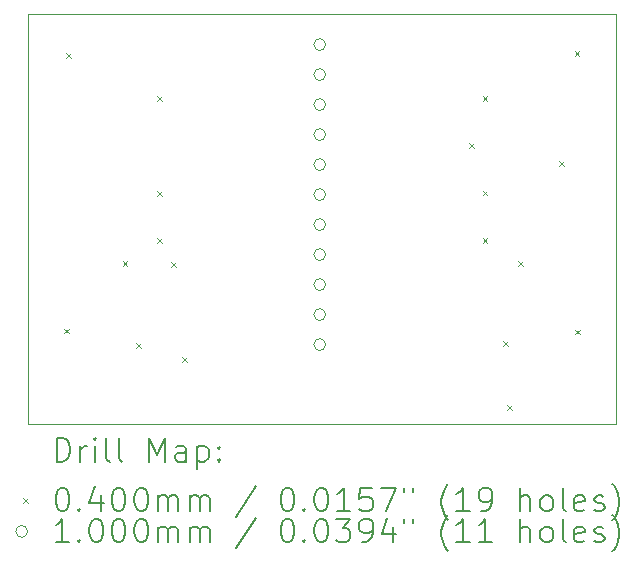
<source format=gbr>
%TF.GenerationSoftware,KiCad,Pcbnew,7.0.2*%
%TF.CreationDate,2023-12-17T17:40:24-05:00*%
%TF.ProjectId,AntSniffer,416e7453-6e69-4666-9665-722e6b696361,rev?*%
%TF.SameCoordinates,Original*%
%TF.FileFunction,Drillmap*%
%TF.FilePolarity,Positive*%
%FSLAX45Y45*%
G04 Gerber Fmt 4.5, Leading zero omitted, Abs format (unit mm)*
G04 Created by KiCad (PCBNEW 7.0.2) date 2023-12-17 17:40:24*
%MOMM*%
%LPD*%
G01*
G04 APERTURE LIST*
%ADD10C,0.100000*%
%ADD11C,0.200000*%
%ADD12C,0.040000*%
G04 APERTURE END LIST*
D10*
X14348460Y-3843020D02*
X19329400Y-3843020D01*
X19329400Y-7312660D01*
X14348460Y-7312660D01*
X14348460Y-3843020D01*
D11*
D12*
X14651040Y-6505260D02*
X14691040Y-6545260D01*
X14691040Y-6505260D02*
X14651040Y-6545260D01*
X14668820Y-4173540D02*
X14708820Y-4213540D01*
X14708820Y-4173540D02*
X14668820Y-4213540D01*
X15148880Y-5936300D02*
X15188880Y-5976300D01*
X15188880Y-5936300D02*
X15148880Y-5976300D01*
X15265720Y-6629720D02*
X15305720Y-6669720D01*
X15305720Y-6629720D02*
X15265720Y-6669720D01*
X15440980Y-5738080D02*
X15480980Y-5778080D01*
X15480980Y-5738080D02*
X15440980Y-5778080D01*
X15443520Y-4538080D02*
X15483520Y-4578080D01*
X15483520Y-4538080D02*
X15443520Y-4578080D01*
X15443520Y-5338080D02*
X15483520Y-5378080D01*
X15483520Y-5338080D02*
X15443520Y-5378080D01*
X15557820Y-5938840D02*
X15597820Y-5978840D01*
X15597820Y-5938840D02*
X15557820Y-5978840D01*
X15651800Y-6746560D02*
X15691800Y-6786560D01*
X15691800Y-6746560D02*
X15651800Y-6786560D01*
X18085120Y-4935540D02*
X18125120Y-4975540D01*
X18125120Y-4935540D02*
X18085120Y-4975540D01*
X18196880Y-4536860D02*
X18236880Y-4576860D01*
X18236880Y-4536860D02*
X18196880Y-4576860D01*
X18196880Y-5336860D02*
X18236880Y-5376860D01*
X18236880Y-5336860D02*
X18196880Y-5376860D01*
X18196880Y-5736860D02*
X18236880Y-5776860D01*
X18236880Y-5736860D02*
X18196880Y-5776860D01*
X18372140Y-6609400D02*
X18412140Y-6649400D01*
X18412140Y-6609400D02*
X18372140Y-6649400D01*
X18405160Y-7152960D02*
X18445160Y-7192960D01*
X18445160Y-7152960D02*
X18405160Y-7192960D01*
X18496600Y-5936300D02*
X18536600Y-5976300D01*
X18536600Y-5936300D02*
X18496600Y-5976300D01*
X18847120Y-5087940D02*
X18887120Y-5127940D01*
X18887120Y-5087940D02*
X18847120Y-5127940D01*
X18976660Y-4158300D02*
X19016660Y-4198300D01*
X19016660Y-4158300D02*
X18976660Y-4198300D01*
X18979200Y-6512880D02*
X19019200Y-6552880D01*
X19019200Y-6512880D02*
X18979200Y-6552880D01*
D10*
X16867340Y-4099560D02*
G75*
G03*
X16867340Y-4099560I-50000J0D01*
G01*
X16867340Y-4353560D02*
G75*
G03*
X16867340Y-4353560I-50000J0D01*
G01*
X16867340Y-4607560D02*
G75*
G03*
X16867340Y-4607560I-50000J0D01*
G01*
X16867340Y-4861560D02*
G75*
G03*
X16867340Y-4861560I-50000J0D01*
G01*
X16867340Y-5115560D02*
G75*
G03*
X16867340Y-5115560I-50000J0D01*
G01*
X16867340Y-5369560D02*
G75*
G03*
X16867340Y-5369560I-50000J0D01*
G01*
X16867340Y-5623560D02*
G75*
G03*
X16867340Y-5623560I-50000J0D01*
G01*
X16867340Y-5877560D02*
G75*
G03*
X16867340Y-5877560I-50000J0D01*
G01*
X16867340Y-6131560D02*
G75*
G03*
X16867340Y-6131560I-50000J0D01*
G01*
X16867340Y-6385560D02*
G75*
G03*
X16867340Y-6385560I-50000J0D01*
G01*
X16867340Y-6639560D02*
G75*
G03*
X16867340Y-6639560I-50000J0D01*
G01*
D11*
X14591079Y-7630184D02*
X14591079Y-7430184D01*
X14591079Y-7430184D02*
X14638698Y-7430184D01*
X14638698Y-7430184D02*
X14667269Y-7439708D01*
X14667269Y-7439708D02*
X14686317Y-7458755D01*
X14686317Y-7458755D02*
X14695841Y-7477803D01*
X14695841Y-7477803D02*
X14705365Y-7515898D01*
X14705365Y-7515898D02*
X14705365Y-7544469D01*
X14705365Y-7544469D02*
X14695841Y-7582565D01*
X14695841Y-7582565D02*
X14686317Y-7601612D01*
X14686317Y-7601612D02*
X14667269Y-7620660D01*
X14667269Y-7620660D02*
X14638698Y-7630184D01*
X14638698Y-7630184D02*
X14591079Y-7630184D01*
X14791079Y-7630184D02*
X14791079Y-7496850D01*
X14791079Y-7534946D02*
X14800603Y-7515898D01*
X14800603Y-7515898D02*
X14810127Y-7506374D01*
X14810127Y-7506374D02*
X14829174Y-7496850D01*
X14829174Y-7496850D02*
X14848222Y-7496850D01*
X14914888Y-7630184D02*
X14914888Y-7496850D01*
X14914888Y-7430184D02*
X14905365Y-7439708D01*
X14905365Y-7439708D02*
X14914888Y-7449231D01*
X14914888Y-7449231D02*
X14924412Y-7439708D01*
X14924412Y-7439708D02*
X14914888Y-7430184D01*
X14914888Y-7430184D02*
X14914888Y-7449231D01*
X15038698Y-7630184D02*
X15019650Y-7620660D01*
X15019650Y-7620660D02*
X15010127Y-7601612D01*
X15010127Y-7601612D02*
X15010127Y-7430184D01*
X15143460Y-7630184D02*
X15124412Y-7620660D01*
X15124412Y-7620660D02*
X15114888Y-7601612D01*
X15114888Y-7601612D02*
X15114888Y-7430184D01*
X15372031Y-7630184D02*
X15372031Y-7430184D01*
X15372031Y-7430184D02*
X15438698Y-7573041D01*
X15438698Y-7573041D02*
X15505365Y-7430184D01*
X15505365Y-7430184D02*
X15505365Y-7630184D01*
X15686317Y-7630184D02*
X15686317Y-7525422D01*
X15686317Y-7525422D02*
X15676793Y-7506374D01*
X15676793Y-7506374D02*
X15657746Y-7496850D01*
X15657746Y-7496850D02*
X15619650Y-7496850D01*
X15619650Y-7496850D02*
X15600603Y-7506374D01*
X15686317Y-7620660D02*
X15667269Y-7630184D01*
X15667269Y-7630184D02*
X15619650Y-7630184D01*
X15619650Y-7630184D02*
X15600603Y-7620660D01*
X15600603Y-7620660D02*
X15591079Y-7601612D01*
X15591079Y-7601612D02*
X15591079Y-7582565D01*
X15591079Y-7582565D02*
X15600603Y-7563517D01*
X15600603Y-7563517D02*
X15619650Y-7553993D01*
X15619650Y-7553993D02*
X15667269Y-7553993D01*
X15667269Y-7553993D02*
X15686317Y-7544469D01*
X15781555Y-7496850D02*
X15781555Y-7696850D01*
X15781555Y-7506374D02*
X15800603Y-7496850D01*
X15800603Y-7496850D02*
X15838698Y-7496850D01*
X15838698Y-7496850D02*
X15857746Y-7506374D01*
X15857746Y-7506374D02*
X15867269Y-7515898D01*
X15867269Y-7515898D02*
X15876793Y-7534946D01*
X15876793Y-7534946D02*
X15876793Y-7592088D01*
X15876793Y-7592088D02*
X15867269Y-7611136D01*
X15867269Y-7611136D02*
X15857746Y-7620660D01*
X15857746Y-7620660D02*
X15838698Y-7630184D01*
X15838698Y-7630184D02*
X15800603Y-7630184D01*
X15800603Y-7630184D02*
X15781555Y-7620660D01*
X15962508Y-7611136D02*
X15972031Y-7620660D01*
X15972031Y-7620660D02*
X15962508Y-7630184D01*
X15962508Y-7630184D02*
X15952984Y-7620660D01*
X15952984Y-7620660D02*
X15962508Y-7611136D01*
X15962508Y-7611136D02*
X15962508Y-7630184D01*
X15962508Y-7506374D02*
X15972031Y-7515898D01*
X15972031Y-7515898D02*
X15962508Y-7525422D01*
X15962508Y-7525422D02*
X15952984Y-7515898D01*
X15952984Y-7515898D02*
X15962508Y-7506374D01*
X15962508Y-7506374D02*
X15962508Y-7525422D01*
D12*
X14303460Y-7937660D02*
X14343460Y-7977660D01*
X14343460Y-7937660D02*
X14303460Y-7977660D01*
D11*
X14629174Y-7850184D02*
X14648222Y-7850184D01*
X14648222Y-7850184D02*
X14667269Y-7859708D01*
X14667269Y-7859708D02*
X14676793Y-7869231D01*
X14676793Y-7869231D02*
X14686317Y-7888279D01*
X14686317Y-7888279D02*
X14695841Y-7926374D01*
X14695841Y-7926374D02*
X14695841Y-7973993D01*
X14695841Y-7973993D02*
X14686317Y-8012088D01*
X14686317Y-8012088D02*
X14676793Y-8031136D01*
X14676793Y-8031136D02*
X14667269Y-8040660D01*
X14667269Y-8040660D02*
X14648222Y-8050184D01*
X14648222Y-8050184D02*
X14629174Y-8050184D01*
X14629174Y-8050184D02*
X14610127Y-8040660D01*
X14610127Y-8040660D02*
X14600603Y-8031136D01*
X14600603Y-8031136D02*
X14591079Y-8012088D01*
X14591079Y-8012088D02*
X14581555Y-7973993D01*
X14581555Y-7973993D02*
X14581555Y-7926374D01*
X14581555Y-7926374D02*
X14591079Y-7888279D01*
X14591079Y-7888279D02*
X14600603Y-7869231D01*
X14600603Y-7869231D02*
X14610127Y-7859708D01*
X14610127Y-7859708D02*
X14629174Y-7850184D01*
X14781555Y-8031136D02*
X14791079Y-8040660D01*
X14791079Y-8040660D02*
X14781555Y-8050184D01*
X14781555Y-8050184D02*
X14772031Y-8040660D01*
X14772031Y-8040660D02*
X14781555Y-8031136D01*
X14781555Y-8031136D02*
X14781555Y-8050184D01*
X14962508Y-7916850D02*
X14962508Y-8050184D01*
X14914888Y-7840660D02*
X14867269Y-7983517D01*
X14867269Y-7983517D02*
X14991079Y-7983517D01*
X15105365Y-7850184D02*
X15124412Y-7850184D01*
X15124412Y-7850184D02*
X15143460Y-7859708D01*
X15143460Y-7859708D02*
X15152984Y-7869231D01*
X15152984Y-7869231D02*
X15162508Y-7888279D01*
X15162508Y-7888279D02*
X15172031Y-7926374D01*
X15172031Y-7926374D02*
X15172031Y-7973993D01*
X15172031Y-7973993D02*
X15162508Y-8012088D01*
X15162508Y-8012088D02*
X15152984Y-8031136D01*
X15152984Y-8031136D02*
X15143460Y-8040660D01*
X15143460Y-8040660D02*
X15124412Y-8050184D01*
X15124412Y-8050184D02*
X15105365Y-8050184D01*
X15105365Y-8050184D02*
X15086317Y-8040660D01*
X15086317Y-8040660D02*
X15076793Y-8031136D01*
X15076793Y-8031136D02*
X15067269Y-8012088D01*
X15067269Y-8012088D02*
X15057746Y-7973993D01*
X15057746Y-7973993D02*
X15057746Y-7926374D01*
X15057746Y-7926374D02*
X15067269Y-7888279D01*
X15067269Y-7888279D02*
X15076793Y-7869231D01*
X15076793Y-7869231D02*
X15086317Y-7859708D01*
X15086317Y-7859708D02*
X15105365Y-7850184D01*
X15295841Y-7850184D02*
X15314889Y-7850184D01*
X15314889Y-7850184D02*
X15333936Y-7859708D01*
X15333936Y-7859708D02*
X15343460Y-7869231D01*
X15343460Y-7869231D02*
X15352984Y-7888279D01*
X15352984Y-7888279D02*
X15362508Y-7926374D01*
X15362508Y-7926374D02*
X15362508Y-7973993D01*
X15362508Y-7973993D02*
X15352984Y-8012088D01*
X15352984Y-8012088D02*
X15343460Y-8031136D01*
X15343460Y-8031136D02*
X15333936Y-8040660D01*
X15333936Y-8040660D02*
X15314889Y-8050184D01*
X15314889Y-8050184D02*
X15295841Y-8050184D01*
X15295841Y-8050184D02*
X15276793Y-8040660D01*
X15276793Y-8040660D02*
X15267269Y-8031136D01*
X15267269Y-8031136D02*
X15257746Y-8012088D01*
X15257746Y-8012088D02*
X15248222Y-7973993D01*
X15248222Y-7973993D02*
X15248222Y-7926374D01*
X15248222Y-7926374D02*
X15257746Y-7888279D01*
X15257746Y-7888279D02*
X15267269Y-7869231D01*
X15267269Y-7869231D02*
X15276793Y-7859708D01*
X15276793Y-7859708D02*
X15295841Y-7850184D01*
X15448222Y-8050184D02*
X15448222Y-7916850D01*
X15448222Y-7935898D02*
X15457746Y-7926374D01*
X15457746Y-7926374D02*
X15476793Y-7916850D01*
X15476793Y-7916850D02*
X15505365Y-7916850D01*
X15505365Y-7916850D02*
X15524412Y-7926374D01*
X15524412Y-7926374D02*
X15533936Y-7945422D01*
X15533936Y-7945422D02*
X15533936Y-8050184D01*
X15533936Y-7945422D02*
X15543460Y-7926374D01*
X15543460Y-7926374D02*
X15562508Y-7916850D01*
X15562508Y-7916850D02*
X15591079Y-7916850D01*
X15591079Y-7916850D02*
X15610127Y-7926374D01*
X15610127Y-7926374D02*
X15619650Y-7945422D01*
X15619650Y-7945422D02*
X15619650Y-8050184D01*
X15714889Y-8050184D02*
X15714889Y-7916850D01*
X15714889Y-7935898D02*
X15724412Y-7926374D01*
X15724412Y-7926374D02*
X15743460Y-7916850D01*
X15743460Y-7916850D02*
X15772031Y-7916850D01*
X15772031Y-7916850D02*
X15791079Y-7926374D01*
X15791079Y-7926374D02*
X15800603Y-7945422D01*
X15800603Y-7945422D02*
X15800603Y-8050184D01*
X15800603Y-7945422D02*
X15810127Y-7926374D01*
X15810127Y-7926374D02*
X15829174Y-7916850D01*
X15829174Y-7916850D02*
X15857746Y-7916850D01*
X15857746Y-7916850D02*
X15876793Y-7926374D01*
X15876793Y-7926374D02*
X15886317Y-7945422D01*
X15886317Y-7945422D02*
X15886317Y-8050184D01*
X16276793Y-7840660D02*
X16105365Y-8097803D01*
X16533936Y-7850184D02*
X16552984Y-7850184D01*
X16552984Y-7850184D02*
X16572032Y-7859708D01*
X16572032Y-7859708D02*
X16581555Y-7869231D01*
X16581555Y-7869231D02*
X16591079Y-7888279D01*
X16591079Y-7888279D02*
X16600603Y-7926374D01*
X16600603Y-7926374D02*
X16600603Y-7973993D01*
X16600603Y-7973993D02*
X16591079Y-8012088D01*
X16591079Y-8012088D02*
X16581555Y-8031136D01*
X16581555Y-8031136D02*
X16572032Y-8040660D01*
X16572032Y-8040660D02*
X16552984Y-8050184D01*
X16552984Y-8050184D02*
X16533936Y-8050184D01*
X16533936Y-8050184D02*
X16514889Y-8040660D01*
X16514889Y-8040660D02*
X16505365Y-8031136D01*
X16505365Y-8031136D02*
X16495841Y-8012088D01*
X16495841Y-8012088D02*
X16486317Y-7973993D01*
X16486317Y-7973993D02*
X16486317Y-7926374D01*
X16486317Y-7926374D02*
X16495841Y-7888279D01*
X16495841Y-7888279D02*
X16505365Y-7869231D01*
X16505365Y-7869231D02*
X16514889Y-7859708D01*
X16514889Y-7859708D02*
X16533936Y-7850184D01*
X16686317Y-8031136D02*
X16695841Y-8040660D01*
X16695841Y-8040660D02*
X16686317Y-8050184D01*
X16686317Y-8050184D02*
X16676793Y-8040660D01*
X16676793Y-8040660D02*
X16686317Y-8031136D01*
X16686317Y-8031136D02*
X16686317Y-8050184D01*
X16819651Y-7850184D02*
X16838698Y-7850184D01*
X16838698Y-7850184D02*
X16857746Y-7859708D01*
X16857746Y-7859708D02*
X16867270Y-7869231D01*
X16867270Y-7869231D02*
X16876794Y-7888279D01*
X16876794Y-7888279D02*
X16886317Y-7926374D01*
X16886317Y-7926374D02*
X16886317Y-7973993D01*
X16886317Y-7973993D02*
X16876794Y-8012088D01*
X16876794Y-8012088D02*
X16867270Y-8031136D01*
X16867270Y-8031136D02*
X16857746Y-8040660D01*
X16857746Y-8040660D02*
X16838698Y-8050184D01*
X16838698Y-8050184D02*
X16819651Y-8050184D01*
X16819651Y-8050184D02*
X16800603Y-8040660D01*
X16800603Y-8040660D02*
X16791079Y-8031136D01*
X16791079Y-8031136D02*
X16781555Y-8012088D01*
X16781555Y-8012088D02*
X16772032Y-7973993D01*
X16772032Y-7973993D02*
X16772032Y-7926374D01*
X16772032Y-7926374D02*
X16781555Y-7888279D01*
X16781555Y-7888279D02*
X16791079Y-7869231D01*
X16791079Y-7869231D02*
X16800603Y-7859708D01*
X16800603Y-7859708D02*
X16819651Y-7850184D01*
X17076794Y-8050184D02*
X16962508Y-8050184D01*
X17019651Y-8050184D02*
X17019651Y-7850184D01*
X17019651Y-7850184D02*
X17000603Y-7878755D01*
X17000603Y-7878755D02*
X16981555Y-7897803D01*
X16981555Y-7897803D02*
X16962508Y-7907327D01*
X17257746Y-7850184D02*
X17162508Y-7850184D01*
X17162508Y-7850184D02*
X17152984Y-7945422D01*
X17152984Y-7945422D02*
X17162508Y-7935898D01*
X17162508Y-7935898D02*
X17181555Y-7926374D01*
X17181555Y-7926374D02*
X17229175Y-7926374D01*
X17229175Y-7926374D02*
X17248222Y-7935898D01*
X17248222Y-7935898D02*
X17257746Y-7945422D01*
X17257746Y-7945422D02*
X17267270Y-7964469D01*
X17267270Y-7964469D02*
X17267270Y-8012088D01*
X17267270Y-8012088D02*
X17257746Y-8031136D01*
X17257746Y-8031136D02*
X17248222Y-8040660D01*
X17248222Y-8040660D02*
X17229175Y-8050184D01*
X17229175Y-8050184D02*
X17181555Y-8050184D01*
X17181555Y-8050184D02*
X17162508Y-8040660D01*
X17162508Y-8040660D02*
X17152984Y-8031136D01*
X17333936Y-7850184D02*
X17467270Y-7850184D01*
X17467270Y-7850184D02*
X17381555Y-8050184D01*
X17533936Y-7850184D02*
X17533936Y-7888279D01*
X17610127Y-7850184D02*
X17610127Y-7888279D01*
X17905365Y-8126374D02*
X17895841Y-8116850D01*
X17895841Y-8116850D02*
X17876794Y-8088279D01*
X17876794Y-8088279D02*
X17867270Y-8069231D01*
X17867270Y-8069231D02*
X17857746Y-8040660D01*
X17857746Y-8040660D02*
X17848222Y-7993041D01*
X17848222Y-7993041D02*
X17848222Y-7954946D01*
X17848222Y-7954946D02*
X17857746Y-7907327D01*
X17857746Y-7907327D02*
X17867270Y-7878755D01*
X17867270Y-7878755D02*
X17876794Y-7859708D01*
X17876794Y-7859708D02*
X17895841Y-7831136D01*
X17895841Y-7831136D02*
X17905365Y-7821612D01*
X18086317Y-8050184D02*
X17972032Y-8050184D01*
X18029175Y-8050184D02*
X18029175Y-7850184D01*
X18029175Y-7850184D02*
X18010127Y-7878755D01*
X18010127Y-7878755D02*
X17991079Y-7897803D01*
X17991079Y-7897803D02*
X17972032Y-7907327D01*
X18181556Y-8050184D02*
X18219651Y-8050184D01*
X18219651Y-8050184D02*
X18238698Y-8040660D01*
X18238698Y-8040660D02*
X18248222Y-8031136D01*
X18248222Y-8031136D02*
X18267270Y-8002565D01*
X18267270Y-8002565D02*
X18276794Y-7964469D01*
X18276794Y-7964469D02*
X18276794Y-7888279D01*
X18276794Y-7888279D02*
X18267270Y-7869231D01*
X18267270Y-7869231D02*
X18257746Y-7859708D01*
X18257746Y-7859708D02*
X18238698Y-7850184D01*
X18238698Y-7850184D02*
X18200603Y-7850184D01*
X18200603Y-7850184D02*
X18181556Y-7859708D01*
X18181556Y-7859708D02*
X18172032Y-7869231D01*
X18172032Y-7869231D02*
X18162508Y-7888279D01*
X18162508Y-7888279D02*
X18162508Y-7935898D01*
X18162508Y-7935898D02*
X18172032Y-7954946D01*
X18172032Y-7954946D02*
X18181556Y-7964469D01*
X18181556Y-7964469D02*
X18200603Y-7973993D01*
X18200603Y-7973993D02*
X18238698Y-7973993D01*
X18238698Y-7973993D02*
X18257746Y-7964469D01*
X18257746Y-7964469D02*
X18267270Y-7954946D01*
X18267270Y-7954946D02*
X18276794Y-7935898D01*
X18514889Y-8050184D02*
X18514889Y-7850184D01*
X18600603Y-8050184D02*
X18600603Y-7945422D01*
X18600603Y-7945422D02*
X18591079Y-7926374D01*
X18591079Y-7926374D02*
X18572032Y-7916850D01*
X18572032Y-7916850D02*
X18543460Y-7916850D01*
X18543460Y-7916850D02*
X18524413Y-7926374D01*
X18524413Y-7926374D02*
X18514889Y-7935898D01*
X18724413Y-8050184D02*
X18705365Y-8040660D01*
X18705365Y-8040660D02*
X18695841Y-8031136D01*
X18695841Y-8031136D02*
X18686318Y-8012088D01*
X18686318Y-8012088D02*
X18686318Y-7954946D01*
X18686318Y-7954946D02*
X18695841Y-7935898D01*
X18695841Y-7935898D02*
X18705365Y-7926374D01*
X18705365Y-7926374D02*
X18724413Y-7916850D01*
X18724413Y-7916850D02*
X18752984Y-7916850D01*
X18752984Y-7916850D02*
X18772032Y-7926374D01*
X18772032Y-7926374D02*
X18781556Y-7935898D01*
X18781556Y-7935898D02*
X18791079Y-7954946D01*
X18791079Y-7954946D02*
X18791079Y-8012088D01*
X18791079Y-8012088D02*
X18781556Y-8031136D01*
X18781556Y-8031136D02*
X18772032Y-8040660D01*
X18772032Y-8040660D02*
X18752984Y-8050184D01*
X18752984Y-8050184D02*
X18724413Y-8050184D01*
X18905365Y-8050184D02*
X18886318Y-8040660D01*
X18886318Y-8040660D02*
X18876794Y-8021612D01*
X18876794Y-8021612D02*
X18876794Y-7850184D01*
X19057746Y-8040660D02*
X19038699Y-8050184D01*
X19038699Y-8050184D02*
X19000603Y-8050184D01*
X19000603Y-8050184D02*
X18981556Y-8040660D01*
X18981556Y-8040660D02*
X18972032Y-8021612D01*
X18972032Y-8021612D02*
X18972032Y-7945422D01*
X18972032Y-7945422D02*
X18981556Y-7926374D01*
X18981556Y-7926374D02*
X19000603Y-7916850D01*
X19000603Y-7916850D02*
X19038699Y-7916850D01*
X19038699Y-7916850D02*
X19057746Y-7926374D01*
X19057746Y-7926374D02*
X19067270Y-7945422D01*
X19067270Y-7945422D02*
X19067270Y-7964469D01*
X19067270Y-7964469D02*
X18972032Y-7983517D01*
X19143460Y-8040660D02*
X19162508Y-8050184D01*
X19162508Y-8050184D02*
X19200603Y-8050184D01*
X19200603Y-8050184D02*
X19219651Y-8040660D01*
X19219651Y-8040660D02*
X19229175Y-8021612D01*
X19229175Y-8021612D02*
X19229175Y-8012088D01*
X19229175Y-8012088D02*
X19219651Y-7993041D01*
X19219651Y-7993041D02*
X19200603Y-7983517D01*
X19200603Y-7983517D02*
X19172032Y-7983517D01*
X19172032Y-7983517D02*
X19152984Y-7973993D01*
X19152984Y-7973993D02*
X19143460Y-7954946D01*
X19143460Y-7954946D02*
X19143460Y-7945422D01*
X19143460Y-7945422D02*
X19152984Y-7926374D01*
X19152984Y-7926374D02*
X19172032Y-7916850D01*
X19172032Y-7916850D02*
X19200603Y-7916850D01*
X19200603Y-7916850D02*
X19219651Y-7926374D01*
X19295841Y-8126374D02*
X19305365Y-8116850D01*
X19305365Y-8116850D02*
X19324413Y-8088279D01*
X19324413Y-8088279D02*
X19333937Y-8069231D01*
X19333937Y-8069231D02*
X19343460Y-8040660D01*
X19343460Y-8040660D02*
X19352984Y-7993041D01*
X19352984Y-7993041D02*
X19352984Y-7954946D01*
X19352984Y-7954946D02*
X19343460Y-7907327D01*
X19343460Y-7907327D02*
X19333937Y-7878755D01*
X19333937Y-7878755D02*
X19324413Y-7859708D01*
X19324413Y-7859708D02*
X19305365Y-7831136D01*
X19305365Y-7831136D02*
X19295841Y-7821612D01*
D10*
X14343460Y-8221660D02*
G75*
G03*
X14343460Y-8221660I-50000J0D01*
G01*
D11*
X14695841Y-8314184D02*
X14581555Y-8314184D01*
X14638698Y-8314184D02*
X14638698Y-8114184D01*
X14638698Y-8114184D02*
X14619650Y-8142755D01*
X14619650Y-8142755D02*
X14600603Y-8161803D01*
X14600603Y-8161803D02*
X14581555Y-8171327D01*
X14781555Y-8295136D02*
X14791079Y-8304660D01*
X14791079Y-8304660D02*
X14781555Y-8314184D01*
X14781555Y-8314184D02*
X14772031Y-8304660D01*
X14772031Y-8304660D02*
X14781555Y-8295136D01*
X14781555Y-8295136D02*
X14781555Y-8314184D01*
X14914888Y-8114184D02*
X14933936Y-8114184D01*
X14933936Y-8114184D02*
X14952984Y-8123708D01*
X14952984Y-8123708D02*
X14962508Y-8133231D01*
X14962508Y-8133231D02*
X14972031Y-8152279D01*
X14972031Y-8152279D02*
X14981555Y-8190374D01*
X14981555Y-8190374D02*
X14981555Y-8237993D01*
X14981555Y-8237993D02*
X14972031Y-8276088D01*
X14972031Y-8276088D02*
X14962508Y-8295136D01*
X14962508Y-8295136D02*
X14952984Y-8304660D01*
X14952984Y-8304660D02*
X14933936Y-8314184D01*
X14933936Y-8314184D02*
X14914888Y-8314184D01*
X14914888Y-8314184D02*
X14895841Y-8304660D01*
X14895841Y-8304660D02*
X14886317Y-8295136D01*
X14886317Y-8295136D02*
X14876793Y-8276088D01*
X14876793Y-8276088D02*
X14867269Y-8237993D01*
X14867269Y-8237993D02*
X14867269Y-8190374D01*
X14867269Y-8190374D02*
X14876793Y-8152279D01*
X14876793Y-8152279D02*
X14886317Y-8133231D01*
X14886317Y-8133231D02*
X14895841Y-8123708D01*
X14895841Y-8123708D02*
X14914888Y-8114184D01*
X15105365Y-8114184D02*
X15124412Y-8114184D01*
X15124412Y-8114184D02*
X15143460Y-8123708D01*
X15143460Y-8123708D02*
X15152984Y-8133231D01*
X15152984Y-8133231D02*
X15162508Y-8152279D01*
X15162508Y-8152279D02*
X15172031Y-8190374D01*
X15172031Y-8190374D02*
X15172031Y-8237993D01*
X15172031Y-8237993D02*
X15162508Y-8276088D01*
X15162508Y-8276088D02*
X15152984Y-8295136D01*
X15152984Y-8295136D02*
X15143460Y-8304660D01*
X15143460Y-8304660D02*
X15124412Y-8314184D01*
X15124412Y-8314184D02*
X15105365Y-8314184D01*
X15105365Y-8314184D02*
X15086317Y-8304660D01*
X15086317Y-8304660D02*
X15076793Y-8295136D01*
X15076793Y-8295136D02*
X15067269Y-8276088D01*
X15067269Y-8276088D02*
X15057746Y-8237993D01*
X15057746Y-8237993D02*
X15057746Y-8190374D01*
X15057746Y-8190374D02*
X15067269Y-8152279D01*
X15067269Y-8152279D02*
X15076793Y-8133231D01*
X15076793Y-8133231D02*
X15086317Y-8123708D01*
X15086317Y-8123708D02*
X15105365Y-8114184D01*
X15295841Y-8114184D02*
X15314889Y-8114184D01*
X15314889Y-8114184D02*
X15333936Y-8123708D01*
X15333936Y-8123708D02*
X15343460Y-8133231D01*
X15343460Y-8133231D02*
X15352984Y-8152279D01*
X15352984Y-8152279D02*
X15362508Y-8190374D01*
X15362508Y-8190374D02*
X15362508Y-8237993D01*
X15362508Y-8237993D02*
X15352984Y-8276088D01*
X15352984Y-8276088D02*
X15343460Y-8295136D01*
X15343460Y-8295136D02*
X15333936Y-8304660D01*
X15333936Y-8304660D02*
X15314889Y-8314184D01*
X15314889Y-8314184D02*
X15295841Y-8314184D01*
X15295841Y-8314184D02*
X15276793Y-8304660D01*
X15276793Y-8304660D02*
X15267269Y-8295136D01*
X15267269Y-8295136D02*
X15257746Y-8276088D01*
X15257746Y-8276088D02*
X15248222Y-8237993D01*
X15248222Y-8237993D02*
X15248222Y-8190374D01*
X15248222Y-8190374D02*
X15257746Y-8152279D01*
X15257746Y-8152279D02*
X15267269Y-8133231D01*
X15267269Y-8133231D02*
X15276793Y-8123708D01*
X15276793Y-8123708D02*
X15295841Y-8114184D01*
X15448222Y-8314184D02*
X15448222Y-8180850D01*
X15448222Y-8199898D02*
X15457746Y-8190374D01*
X15457746Y-8190374D02*
X15476793Y-8180850D01*
X15476793Y-8180850D02*
X15505365Y-8180850D01*
X15505365Y-8180850D02*
X15524412Y-8190374D01*
X15524412Y-8190374D02*
X15533936Y-8209422D01*
X15533936Y-8209422D02*
X15533936Y-8314184D01*
X15533936Y-8209422D02*
X15543460Y-8190374D01*
X15543460Y-8190374D02*
X15562508Y-8180850D01*
X15562508Y-8180850D02*
X15591079Y-8180850D01*
X15591079Y-8180850D02*
X15610127Y-8190374D01*
X15610127Y-8190374D02*
X15619650Y-8209422D01*
X15619650Y-8209422D02*
X15619650Y-8314184D01*
X15714889Y-8314184D02*
X15714889Y-8180850D01*
X15714889Y-8199898D02*
X15724412Y-8190374D01*
X15724412Y-8190374D02*
X15743460Y-8180850D01*
X15743460Y-8180850D02*
X15772031Y-8180850D01*
X15772031Y-8180850D02*
X15791079Y-8190374D01*
X15791079Y-8190374D02*
X15800603Y-8209422D01*
X15800603Y-8209422D02*
X15800603Y-8314184D01*
X15800603Y-8209422D02*
X15810127Y-8190374D01*
X15810127Y-8190374D02*
X15829174Y-8180850D01*
X15829174Y-8180850D02*
X15857746Y-8180850D01*
X15857746Y-8180850D02*
X15876793Y-8190374D01*
X15876793Y-8190374D02*
X15886317Y-8209422D01*
X15886317Y-8209422D02*
X15886317Y-8314184D01*
X16276793Y-8104660D02*
X16105365Y-8361803D01*
X16533936Y-8114184D02*
X16552984Y-8114184D01*
X16552984Y-8114184D02*
X16572032Y-8123708D01*
X16572032Y-8123708D02*
X16581555Y-8133231D01*
X16581555Y-8133231D02*
X16591079Y-8152279D01*
X16591079Y-8152279D02*
X16600603Y-8190374D01*
X16600603Y-8190374D02*
X16600603Y-8237993D01*
X16600603Y-8237993D02*
X16591079Y-8276088D01*
X16591079Y-8276088D02*
X16581555Y-8295136D01*
X16581555Y-8295136D02*
X16572032Y-8304660D01*
X16572032Y-8304660D02*
X16552984Y-8314184D01*
X16552984Y-8314184D02*
X16533936Y-8314184D01*
X16533936Y-8314184D02*
X16514889Y-8304660D01*
X16514889Y-8304660D02*
X16505365Y-8295136D01*
X16505365Y-8295136D02*
X16495841Y-8276088D01*
X16495841Y-8276088D02*
X16486317Y-8237993D01*
X16486317Y-8237993D02*
X16486317Y-8190374D01*
X16486317Y-8190374D02*
X16495841Y-8152279D01*
X16495841Y-8152279D02*
X16505365Y-8133231D01*
X16505365Y-8133231D02*
X16514889Y-8123708D01*
X16514889Y-8123708D02*
X16533936Y-8114184D01*
X16686317Y-8295136D02*
X16695841Y-8304660D01*
X16695841Y-8304660D02*
X16686317Y-8314184D01*
X16686317Y-8314184D02*
X16676793Y-8304660D01*
X16676793Y-8304660D02*
X16686317Y-8295136D01*
X16686317Y-8295136D02*
X16686317Y-8314184D01*
X16819651Y-8114184D02*
X16838698Y-8114184D01*
X16838698Y-8114184D02*
X16857746Y-8123708D01*
X16857746Y-8123708D02*
X16867270Y-8133231D01*
X16867270Y-8133231D02*
X16876794Y-8152279D01*
X16876794Y-8152279D02*
X16886317Y-8190374D01*
X16886317Y-8190374D02*
X16886317Y-8237993D01*
X16886317Y-8237993D02*
X16876794Y-8276088D01*
X16876794Y-8276088D02*
X16867270Y-8295136D01*
X16867270Y-8295136D02*
X16857746Y-8304660D01*
X16857746Y-8304660D02*
X16838698Y-8314184D01*
X16838698Y-8314184D02*
X16819651Y-8314184D01*
X16819651Y-8314184D02*
X16800603Y-8304660D01*
X16800603Y-8304660D02*
X16791079Y-8295136D01*
X16791079Y-8295136D02*
X16781555Y-8276088D01*
X16781555Y-8276088D02*
X16772032Y-8237993D01*
X16772032Y-8237993D02*
X16772032Y-8190374D01*
X16772032Y-8190374D02*
X16781555Y-8152279D01*
X16781555Y-8152279D02*
X16791079Y-8133231D01*
X16791079Y-8133231D02*
X16800603Y-8123708D01*
X16800603Y-8123708D02*
X16819651Y-8114184D01*
X16952984Y-8114184D02*
X17076794Y-8114184D01*
X17076794Y-8114184D02*
X17010127Y-8190374D01*
X17010127Y-8190374D02*
X17038698Y-8190374D01*
X17038698Y-8190374D02*
X17057746Y-8199898D01*
X17057746Y-8199898D02*
X17067270Y-8209422D01*
X17067270Y-8209422D02*
X17076794Y-8228469D01*
X17076794Y-8228469D02*
X17076794Y-8276088D01*
X17076794Y-8276088D02*
X17067270Y-8295136D01*
X17067270Y-8295136D02*
X17057746Y-8304660D01*
X17057746Y-8304660D02*
X17038698Y-8314184D01*
X17038698Y-8314184D02*
X16981555Y-8314184D01*
X16981555Y-8314184D02*
X16962508Y-8304660D01*
X16962508Y-8304660D02*
X16952984Y-8295136D01*
X17172032Y-8314184D02*
X17210127Y-8314184D01*
X17210127Y-8314184D02*
X17229175Y-8304660D01*
X17229175Y-8304660D02*
X17238698Y-8295136D01*
X17238698Y-8295136D02*
X17257746Y-8266565D01*
X17257746Y-8266565D02*
X17267270Y-8228469D01*
X17267270Y-8228469D02*
X17267270Y-8152279D01*
X17267270Y-8152279D02*
X17257746Y-8133231D01*
X17257746Y-8133231D02*
X17248222Y-8123708D01*
X17248222Y-8123708D02*
X17229175Y-8114184D01*
X17229175Y-8114184D02*
X17191079Y-8114184D01*
X17191079Y-8114184D02*
X17172032Y-8123708D01*
X17172032Y-8123708D02*
X17162508Y-8133231D01*
X17162508Y-8133231D02*
X17152984Y-8152279D01*
X17152984Y-8152279D02*
X17152984Y-8199898D01*
X17152984Y-8199898D02*
X17162508Y-8218946D01*
X17162508Y-8218946D02*
X17172032Y-8228469D01*
X17172032Y-8228469D02*
X17191079Y-8237993D01*
X17191079Y-8237993D02*
X17229175Y-8237993D01*
X17229175Y-8237993D02*
X17248222Y-8228469D01*
X17248222Y-8228469D02*
X17257746Y-8218946D01*
X17257746Y-8218946D02*
X17267270Y-8199898D01*
X17438698Y-8180850D02*
X17438698Y-8314184D01*
X17391079Y-8104660D02*
X17343460Y-8247517D01*
X17343460Y-8247517D02*
X17467270Y-8247517D01*
X17533936Y-8114184D02*
X17533936Y-8152279D01*
X17610127Y-8114184D02*
X17610127Y-8152279D01*
X17905365Y-8390374D02*
X17895841Y-8380850D01*
X17895841Y-8380850D02*
X17876794Y-8352279D01*
X17876794Y-8352279D02*
X17867270Y-8333231D01*
X17867270Y-8333231D02*
X17857746Y-8304660D01*
X17857746Y-8304660D02*
X17848222Y-8257041D01*
X17848222Y-8257041D02*
X17848222Y-8218946D01*
X17848222Y-8218946D02*
X17857746Y-8171327D01*
X17857746Y-8171327D02*
X17867270Y-8142755D01*
X17867270Y-8142755D02*
X17876794Y-8123708D01*
X17876794Y-8123708D02*
X17895841Y-8095136D01*
X17895841Y-8095136D02*
X17905365Y-8085612D01*
X18086317Y-8314184D02*
X17972032Y-8314184D01*
X18029175Y-8314184D02*
X18029175Y-8114184D01*
X18029175Y-8114184D02*
X18010127Y-8142755D01*
X18010127Y-8142755D02*
X17991079Y-8161803D01*
X17991079Y-8161803D02*
X17972032Y-8171327D01*
X18276794Y-8314184D02*
X18162508Y-8314184D01*
X18219651Y-8314184D02*
X18219651Y-8114184D01*
X18219651Y-8114184D02*
X18200603Y-8142755D01*
X18200603Y-8142755D02*
X18181556Y-8161803D01*
X18181556Y-8161803D02*
X18162508Y-8171327D01*
X18514889Y-8314184D02*
X18514889Y-8114184D01*
X18600603Y-8314184D02*
X18600603Y-8209422D01*
X18600603Y-8209422D02*
X18591079Y-8190374D01*
X18591079Y-8190374D02*
X18572032Y-8180850D01*
X18572032Y-8180850D02*
X18543460Y-8180850D01*
X18543460Y-8180850D02*
X18524413Y-8190374D01*
X18524413Y-8190374D02*
X18514889Y-8199898D01*
X18724413Y-8314184D02*
X18705365Y-8304660D01*
X18705365Y-8304660D02*
X18695841Y-8295136D01*
X18695841Y-8295136D02*
X18686318Y-8276088D01*
X18686318Y-8276088D02*
X18686318Y-8218946D01*
X18686318Y-8218946D02*
X18695841Y-8199898D01*
X18695841Y-8199898D02*
X18705365Y-8190374D01*
X18705365Y-8190374D02*
X18724413Y-8180850D01*
X18724413Y-8180850D02*
X18752984Y-8180850D01*
X18752984Y-8180850D02*
X18772032Y-8190374D01*
X18772032Y-8190374D02*
X18781556Y-8199898D01*
X18781556Y-8199898D02*
X18791079Y-8218946D01*
X18791079Y-8218946D02*
X18791079Y-8276088D01*
X18791079Y-8276088D02*
X18781556Y-8295136D01*
X18781556Y-8295136D02*
X18772032Y-8304660D01*
X18772032Y-8304660D02*
X18752984Y-8314184D01*
X18752984Y-8314184D02*
X18724413Y-8314184D01*
X18905365Y-8314184D02*
X18886318Y-8304660D01*
X18886318Y-8304660D02*
X18876794Y-8285612D01*
X18876794Y-8285612D02*
X18876794Y-8114184D01*
X19057746Y-8304660D02*
X19038699Y-8314184D01*
X19038699Y-8314184D02*
X19000603Y-8314184D01*
X19000603Y-8314184D02*
X18981556Y-8304660D01*
X18981556Y-8304660D02*
X18972032Y-8285612D01*
X18972032Y-8285612D02*
X18972032Y-8209422D01*
X18972032Y-8209422D02*
X18981556Y-8190374D01*
X18981556Y-8190374D02*
X19000603Y-8180850D01*
X19000603Y-8180850D02*
X19038699Y-8180850D01*
X19038699Y-8180850D02*
X19057746Y-8190374D01*
X19057746Y-8190374D02*
X19067270Y-8209422D01*
X19067270Y-8209422D02*
X19067270Y-8228469D01*
X19067270Y-8228469D02*
X18972032Y-8247517D01*
X19143460Y-8304660D02*
X19162508Y-8314184D01*
X19162508Y-8314184D02*
X19200603Y-8314184D01*
X19200603Y-8314184D02*
X19219651Y-8304660D01*
X19219651Y-8304660D02*
X19229175Y-8285612D01*
X19229175Y-8285612D02*
X19229175Y-8276088D01*
X19229175Y-8276088D02*
X19219651Y-8257041D01*
X19219651Y-8257041D02*
X19200603Y-8247517D01*
X19200603Y-8247517D02*
X19172032Y-8247517D01*
X19172032Y-8247517D02*
X19152984Y-8237993D01*
X19152984Y-8237993D02*
X19143460Y-8218946D01*
X19143460Y-8218946D02*
X19143460Y-8209422D01*
X19143460Y-8209422D02*
X19152984Y-8190374D01*
X19152984Y-8190374D02*
X19172032Y-8180850D01*
X19172032Y-8180850D02*
X19200603Y-8180850D01*
X19200603Y-8180850D02*
X19219651Y-8190374D01*
X19295841Y-8390374D02*
X19305365Y-8380850D01*
X19305365Y-8380850D02*
X19324413Y-8352279D01*
X19324413Y-8352279D02*
X19333937Y-8333231D01*
X19333937Y-8333231D02*
X19343460Y-8304660D01*
X19343460Y-8304660D02*
X19352984Y-8257041D01*
X19352984Y-8257041D02*
X19352984Y-8218946D01*
X19352984Y-8218946D02*
X19343460Y-8171327D01*
X19343460Y-8171327D02*
X19333937Y-8142755D01*
X19333937Y-8142755D02*
X19324413Y-8123708D01*
X19324413Y-8123708D02*
X19305365Y-8095136D01*
X19305365Y-8095136D02*
X19295841Y-8085612D01*
M02*

</source>
